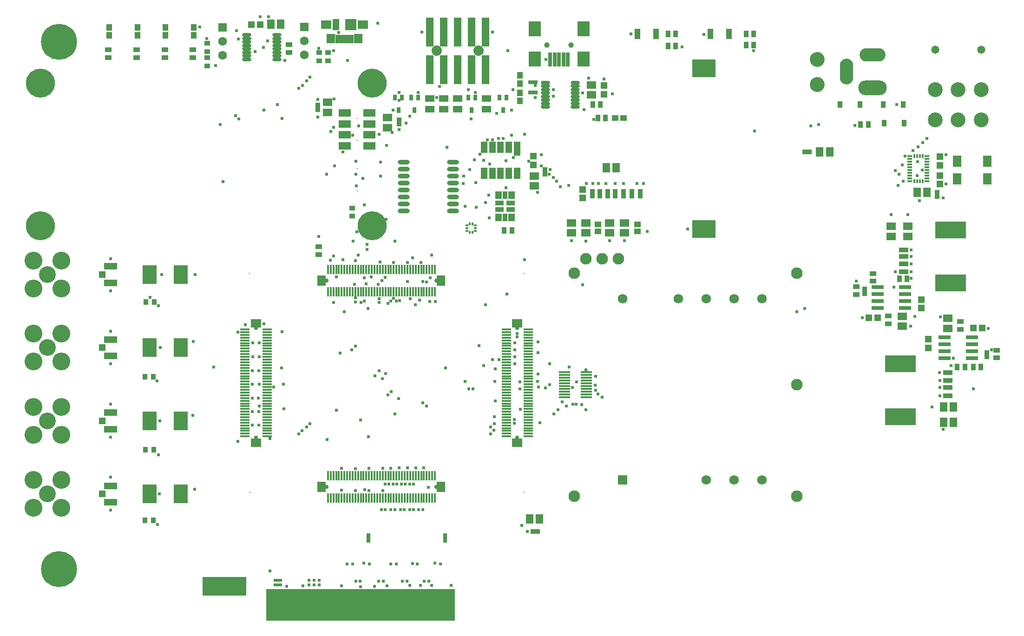
<source format=gts>
%FSTAX23Y23*%
%MOIN*%
%SFA1B1*%

%IPPOS*%
%ADD59R,0.165350X0.125980*%
%ADD79R,0.314960X0.135830*%
%ADD80R,1.354330X0.230320*%
%ADD81O,0.086740X0.031620*%
%ADD82R,0.047370X0.082800*%
%ADD83R,0.078870X0.082800*%
%ADD84R,0.063910X0.069020*%
%ADD85R,0.025720X0.062330*%
%ADD86R,0.072960X0.059180*%
%ADD87R,0.086740X0.106420*%
%ADD88R,0.027690X0.098550*%
%ADD89R,0.049340X0.047370*%
%ADD90R,0.094610X0.049340*%
%ADD91R,0.027690X0.043430*%
%ADD92O,0.065090X0.025720*%
%ADD93R,0.085560X0.030440*%
%ADD94R,0.033590X0.049340*%
%ADD95R,0.059180X0.082800*%
%ADD96R,0.047370X0.078870*%
%ADD97R,0.047370X0.098550*%
%ADD98R,0.049340X0.053280*%
%ADD99R,0.035560X0.053280*%
%ADD100R,0.061150X0.035560*%
%ADD101R,0.058000X0.208000*%
%ADD102R,0.065090X0.045400*%
%ADD103R,0.036350X0.047370*%
%ADD104R,0.033590X0.031620*%
%ADD105R,0.036000X0.173000*%
%ADD106R,0.036000X0.134000*%
%ADD107R,0.039500X0.074930*%
%ADD108R,0.078870X0.017840*%
%ADD109R,0.034580X0.017840*%
%ADD110R,0.017840X0.030640*%
%ADD111R,0.035560X0.043430*%
%ADD112R,0.046580X0.042250*%
%ADD113R,0.220600X0.122170*%
%ADD114R,0.104460X0.132020*%
%ADD115R,0.041470X0.047370*%
%ADD116R,0.065090X0.053280*%
%ADD117R,0.045400X0.047370*%
%ADD118R,0.033200X0.034770*%
%ADD119R,0.018830X0.017840*%
%ADD120R,0.017840X0.018830*%
%ADD121R,0.069020X0.017840*%
%ADD122R,0.074930X0.061150*%
%ADD123R,0.017840X0.069020*%
%ADD124R,0.061150X0.074930*%
%ADD125R,0.053280X0.065090*%
%ADD126R,0.034770X0.033200*%
%ADD127R,0.047370X0.045400*%
%ADD128R,0.047370X0.041470*%
%ADD129R,0.047370X0.036350*%
%ADD130R,0.031620X0.033590*%
%ADD131R,0.090870X0.052090*%
%ADD132R,0.043430X0.035560*%
%ADD133C,0.039500*%
%ADD134C,0.073980*%
%ADD135C,0.008000*%
%ADD136C,0.069020*%
%ADD137R,0.069020X0.069020*%
%ADD138C,0.083000*%
%ADD139C,0.106420*%
%ADD140O,0.096580X0.185170*%
%ADD141O,0.185170X0.096580*%
%ADD142O,0.204850X0.106420*%
%ADD143C,0.120000*%
%ADD144C,0.128000*%
%ADD145R,0.008000X0.008000*%
%ADD146C,0.029660*%
%ADD147C,0.063000*%
%ADD148R,0.063000X0.063000*%
%ADD149C,0.058000*%
%ADD150C,0.258000*%
%ADD151C,0.024000*%
%ADD152C,0.208000*%
%LNgrandmaster-1*%
%LPD*%
G54D59*
X04909Y03961D03*
Y02808D03*
G54D79*
X0147Y00245D03*
G54D80*
X02446Y00111D03*
G54D81*
X02756Y03287D03*
Y03237D03*
Y03187D03*
Y03137D03*
Y03087D03*
Y03037D03*
Y02987D03*
Y02937D03*
X03111Y03287D03*
Y03237D03*
Y03187D03*
Y03137D03*
Y03087D03*
Y03037D03*
Y02987D03*
Y02937D03*
G54D82*
X02271Y04275D03*
G54D83*
X02377Y04275D03*
G54D84*
X02234Y04173D03*
X0243D03*
G54D85*
X02383Y0417D03*
X02358D03*
X02332D03*
X02306D03*
X02281D03*
G54D86*
X02465Y04275D03*
X02199D03*
G54D87*
X04046Y04244D03*
Y04027D03*
X03696D03*
Y04244D03*
G54D88*
X03934Y04023D03*
X03902D03*
X03871D03*
X03839D03*
X03808D03*
G54D89*
X00594Y00906D03*
Y01956D03*
Y02481D03*
Y01431D03*
G54D90*
X00654Y00964D03*
Y00847D03*
Y01897D03*
Y02014D03*
Y02422D03*
Y02539D03*
Y01489D03*
Y01372D03*
G54D91*
X03469Y03661D03*
X03444Y0375D03*
X03495D03*
X02834Y03661D03*
X02809Y0375D03*
X0286D03*
X02719Y03661D03*
X02694Y0375D03*
X02745D03*
X03244Y03661D03*
X03219Y0375D03*
X0327D03*
G54D92*
X01846Y04024D03*
Y04049D03*
Y04074D03*
Y04099D03*
Y04124D03*
Y04149D03*
Y04174D03*
Y04199D03*
X01631Y04024D03*
Y04049D03*
Y04074D03*
Y04099D03*
Y04124D03*
Y04149D03*
Y04174D03*
Y04199D03*
X03987Y03683D03*
Y03708D03*
Y03733D03*
Y03758D03*
Y03783D03*
Y03808D03*
Y03833D03*
Y03858D03*
X03772Y03683D03*
Y03708D03*
Y03733D03*
Y03758D03*
Y03783D03*
Y03808D03*
Y03833D03*
Y03858D03*
G54D93*
X06352Y02241D03*
Y02291D03*
Y02341D03*
Y02391D03*
X06157D03*
Y02341D03*
Y02291D03*
Y02241D03*
X06637Y02031D03*
Y01981D03*
Y01931D03*
Y01881D03*
X06832D03*
Y01931D03*
Y01981D03*
Y02031D03*
G54D94*
X06341Y03701D03*
X06197D03*
X06031D03*
X05887D03*
X06202Y03566D03*
X06346D03*
G54D95*
X06726Y03168D03*
X06943D03*
Y03294D03*
X06726D03*
G54D96*
X03451Y03206D03*
X03392D03*
X03451Y03395D03*
X0351D03*
X03569Y03206D03*
X03333Y03395D03*
Y03206D03*
X0351D03*
X03392Y03395D03*
G54D97*
X03569Y03385D03*
G54D98*
X03438Y03051D03*
Y02892D03*
X03531Y03051D03*
Y02892D03*
G54D99*
X03484Y02892D03*
Y03051D03*
G54D100*
X03444Y02995D03*
Y02948D03*
X03525D03*
Y02995D03*
G54D101*
X03344Y04221D03*
Y03951D03*
X03244Y04221D03*
Y03951D03*
X03144Y04221D03*
Y03951D03*
X03044Y04221D03*
Y03951D03*
X02944Y04221D03*
Y03951D03*
G54D102*
X03349Y03666D03*
Y03745D03*
X02944Y03666D03*
Y03745D03*
X03044Y03666D03*
Y03745D03*
X03144Y03666D03*
Y03745D03*
G54D103*
X03477Y02797D03*
X03532D03*
X06035Y03556D03*
X0609D03*
X0415Y03603D03*
X04204D03*
X06897Y01816D03*
X06842D03*
X06782D03*
X06727D03*
X06367Y02451D03*
X06312D03*
X04167Y03701D03*
X04112D03*
X04652Y04206D03*
X04707D03*
X05212D03*
X05267D03*
X04652Y04121D03*
X04707D03*
X05267Y04126D03*
X05212D03*
G54D104*
X03701Y03786D03*
X03668D03*
X03701Y03861D03*
X03668D03*
G54D105*
X02545Y00137D03*
X02466D03*
X02348D03*
X0282D03*
X01915D03*
X02033D03*
X02663D03*
X02702D03*
X0286D03*
X02978D03*
X0219D03*
X01994D03*
X01954D03*
X03017D03*
X02309D03*
X02112D03*
X02151D03*
X02387D03*
X02427D03*
X02584D03*
X02624D03*
X02742D03*
X02781D03*
X02899D03*
X02938D03*
X02505D03*
X02072D03*
X01797D03*
X01836D03*
X01875D03*
X03096D03*
G54D106*
X03057Y00157D03*
G54D107*
X04957Y04206D03*
X05091D03*
X04432D03*
X04566D03*
G54D108*
X04068Y01599D03*
X03911D03*
Y01619D03*
X04068D03*
X03911Y01639D03*
X04068D03*
X03911Y01659D03*
X04068D03*
X03911Y01679D03*
X04068D03*
X03911Y01699D03*
X04068D03*
X03911Y01719D03*
X04068D03*
X03911Y01739D03*
X04068D03*
X03911Y01759D03*
X04068D03*
X03911Y01779D03*
X04068D03*
G54D109*
X06511Y03191D03*
Y03172D03*
Y03211D03*
Y03231D03*
Y0325D03*
Y0327D03*
Y0329D03*
Y03309D03*
Y03329D03*
X06388D03*
Y03309D03*
Y0329D03*
Y0327D03*
Y0325D03*
Y03231D03*
Y03211D03*
Y03191D03*
Y03172D03*
Y03152D03*
X06511D03*
G54D110*
X06479Y03332D03*
X06459D03*
X0644D03*
X0642D03*
Y0315D03*
X0644D03*
X06459D03*
X06479D03*
G54D111*
X00901Y00718D03*
X0096D03*
X00908Y02284D03*
X00967D03*
X009Y01747D03*
X00959D03*
X00904Y01224D03*
X00963D03*
G54D112*
X04149Y02789D03*
Y02842D03*
X04434Y02789D03*
Y02842D03*
G54D113*
X06679Y0242D03*
Y02802D03*
X06319Y01842D03*
Y0146D03*
G54D114*
X01157Y00906D03*
X00932D03*
Y01956D03*
X01157D03*
X00932Y02481D03*
X01157D03*
Y01431D03*
X00932D03*
G54D115*
X01249Y04254D03*
Y04197D03*
X03589Y03852D03*
Y03909D03*
Y03784D03*
Y03727D03*
X00644Y04197D03*
Y04254D03*
X00846Y04197D03*
Y04254D03*
X01048D03*
Y04197D03*
G54D116*
X04339Y0278D03*
Y02851D03*
X06334Y0211D03*
Y02181D03*
X06659Y02166D03*
Y02095D03*
X06253Y02826D03*
Y02755D03*
X06372Y02826D03*
Y02755D03*
X04104Y0377D03*
Y03841D03*
X02209Y03716D03*
Y03645D03*
X02639Y03535D03*
Y03606D03*
X03693Y03188D03*
Y03117D03*
X04064Y0278D03*
Y02851D03*
X03959Y0278D03*
Y02851D03*
X04234Y0278D03*
Y02851D03*
G54D117*
X04039Y03029D03*
Y03092D03*
X06469Y02239D03*
Y02302D03*
X06519Y01954D03*
Y02017D03*
X04194Y03774D03*
Y03837D03*
X03688Y03266D03*
Y03329D03*
X06604Y03264D03*
Y03327D03*
Y03192D03*
Y03129D03*
G54D118*
X04109Y03044D03*
Y03077D03*
X06939Y01889D03*
Y01922D03*
X06064Y02344D03*
Y02377D03*
X06584Y03039D03*
Y03072D03*
X02139Y03697D03*
Y03664D03*
X02724Y03559D03*
Y03592D03*
X03769Y03234D03*
Y03201D03*
X04454Y03044D03*
Y03077D03*
X04394Y03044D03*
Y03077D03*
X04334Y03044D03*
Y03077D03*
X04274Y03044D03*
Y03077D03*
X04219Y03044D03*
Y03077D03*
X04164Y03044D03*
Y03077D03*
G54D119*
X03269Y02834D03*
Y02814D03*
Y02795D03*
X03209D03*
Y02814D03*
Y02834D03*
G54D120*
X03249Y02784D03*
X03229D03*
Y02845D03*
X03249D03*
G54D121*
X03492Y01398D03*
Y01378D03*
Y01457D03*
Y01477D03*
Y01772D03*
Y01496D03*
Y01792D03*
Y0189D03*
Y01851D03*
Y0187D03*
Y01831D03*
X03651Y0187D03*
Y0189D03*
Y01929D03*
X03492Y01339D03*
Y01359D03*
X03651Y01792D03*
Y01772D03*
Y01851D03*
Y01831D03*
Y01949D03*
Y01988D03*
Y01969D03*
X03492Y01988D03*
Y01969D03*
X03651Y01693D03*
X03492Y01634D03*
Y01673D03*
Y01654D03*
Y01693D03*
X03651Y01733D03*
Y01752D03*
Y01654D03*
Y01575D03*
Y01555D03*
Y01673D03*
Y01634D03*
X03492Y01929D03*
Y01555D03*
Y02008D03*
Y0191D03*
Y01811D03*
Y01713D03*
Y01614D03*
Y01516D03*
Y01418D03*
X03651Y02008D03*
Y0191D03*
Y01811D03*
Y01713D03*
Y01614D03*
Y01516D03*
Y01418D03*
X03492Y01949D03*
X03651Y01595D03*
X03492Y01536D03*
X03651Y01496D03*
Y01477D03*
Y01457D03*
Y01437D03*
Y01398D03*
Y01378D03*
Y01359D03*
Y01339D03*
X03492Y01319D03*
X03651D03*
X03492Y01733D03*
Y01752D03*
X03651Y01536D03*
X03492Y01575D03*
Y01595D03*
Y01437D03*
Y02087D03*
Y02067D03*
Y02047D03*
Y02028D03*
X03651Y02087D03*
Y02067D03*
Y02047D03*
Y02028D03*
X01776Y01634D03*
Y01614D03*
Y0187D03*
Y02028D03*
Y0191D03*
Y01831D03*
Y01949D03*
Y01733D03*
Y01772D03*
X01617Y01929D03*
Y01851D03*
Y0191D03*
Y02028D03*
X01776Y02008D03*
Y01969D03*
Y01457D03*
Y01674D03*
X01617Y0187D03*
Y01969D03*
X01776Y01929D03*
Y01851D03*
Y01811D03*
Y01654D03*
X01617Y02008D03*
X01776Y01752D03*
Y01713D03*
X01617Y01949D03*
X01776Y01555D03*
Y01575D03*
X01617Y01516D03*
Y01457D03*
Y01811D03*
Y01831D03*
X01776Y01437D03*
X01617Y01359D03*
X01776Y01339D03*
X01617Y01575D03*
Y01437D03*
Y01536D03*
Y01555D03*
Y01614D03*
Y01733D03*
Y01674D03*
Y01378D03*
Y01477D03*
Y01418D03*
Y01752D03*
X01776Y01359D03*
X01617Y01339D03*
Y01634D03*
Y01772D03*
X01776Y01378D03*
Y01319D03*
Y01418D03*
X01617Y01319D03*
X01776Y01477D03*
X01617Y01713D03*
Y01654D03*
X01776Y01516D03*
X01617Y02048D03*
X01776D03*
Y01398D03*
Y01496D03*
Y01595D03*
Y01693D03*
Y01792D03*
Y0189D03*
Y01988D03*
X01617Y01398D03*
Y01496D03*
Y01595D03*
Y01693D03*
Y01792D03*
Y0189D03*
Y01988D03*
Y02087D03*
X01776D03*
Y02067D03*
Y01536D03*
X01617Y02067D03*
G54D122*
X03571Y02131D03*
Y01275D03*
X01696Y01275D03*
Y02131D03*
G54D123*
X0298Y02518D03*
Y02358D03*
X02882Y02518D03*
X02783D03*
X02685D03*
X02586D03*
X02488D03*
X0239D03*
X02291D03*
X02882Y02358D03*
X02783D03*
X02685D03*
X02586D03*
X02488D03*
X0239D03*
X02291D03*
X02941D03*
X02961D03*
X02901D03*
X02921D03*
X02842D03*
X02862D03*
X02803D03*
X02823D03*
X02744D03*
X02764D03*
X02705D03*
X02724D03*
X02646D03*
X02665D03*
X02606D03*
X02626D03*
X02547D03*
X02567D03*
X02508D03*
X02527D03*
X02449D03*
X02468D03*
X02409D03*
X02429D03*
X0235D03*
X0237D03*
X02212Y02518D03*
X02232D03*
Y02358D03*
X02212D03*
X02252Y02518D03*
X02272D03*
X02409D03*
X02429D03*
X0235D03*
X0237D03*
X02508D03*
X02527D03*
X02449D03*
X02468D03*
X02606D03*
X02547D03*
X02626D03*
X02567D03*
X02705D03*
X02724D03*
X02646D03*
X02665D03*
X02803D03*
X02823D03*
X02744D03*
X02764D03*
X02901D03*
X02921D03*
X02842D03*
X02862D03*
X02941D03*
X02961D03*
X02252Y02358D03*
X02311D03*
X02331D03*
X02272D03*
X02311Y02518D03*
X02331D03*
X02803Y01038D03*
X02823D03*
X02862Y00878D03*
X02882D03*
X02744D03*
X02764D03*
X02685Y01038D03*
X02705D03*
X02587Y00878D03*
Y01038D03*
X02646Y00878D03*
X02626D03*
X02744Y01038D03*
X02764D03*
X02803Y00878D03*
X02823D03*
X02685D03*
X02705D03*
X02626Y01038D03*
X02646D03*
X02232Y00878D03*
X02429D03*
X0237D03*
X0235D03*
X02331D03*
X02291D03*
X0239D03*
X02488D03*
X02527D03*
X02547D03*
X02567D03*
X02449D03*
X02468D03*
X02252D03*
X02272D03*
X02567Y01038D03*
X0237D03*
X0239D03*
X02429D03*
X02468D03*
X02488D03*
X02449D03*
X02291D03*
X02272D03*
X02252D03*
X02232D03*
X0235D03*
X02331D03*
X02547D03*
X02527D03*
X02862D03*
X02882D03*
X02921Y00878D03*
Y01038D03*
X02941Y00878D03*
Y01038D03*
X0298Y00878D03*
Y01038D03*
X02961D03*
Y00878D03*
X02901Y01038D03*
X02842D03*
X02783D03*
X02724D03*
X02665D03*
X02606D03*
X02508D03*
X02409D03*
X02311D03*
X02901Y00878D03*
X02842D03*
X02783D03*
X02724D03*
X02665D03*
X02606D03*
X02508D03*
X02409D03*
X02311D03*
X02212D03*
Y01038D03*
G54D124*
X02168Y02438D03*
X02168Y00958D03*
X03024D03*
X03024Y02438D03*
G54D125*
X05741Y03361D03*
X05812D03*
X06629Y01421D03*
X067D03*
X06629Y01531D03*
X067D03*
X06439Y03071D03*
X0651D03*
X0373Y00726D03*
X03659D03*
X01802Y04276D03*
X01873D03*
X0428Y03246D03*
X04209D03*
G54D126*
X05634Y03359D03*
X05668D03*
X06327Y02656D03*
X06361D03*
X06327Y02501D03*
X06361D03*
X06327Y02556D03*
X06361D03*
X06327Y02611D03*
X06361D03*
X06676Y01611D03*
X06642D03*
X06676Y01671D03*
X06642D03*
X06676Y01721D03*
X06642D03*
X06676Y01776D03*
X06642D03*
X03716Y00636D03*
X03682D03*
G54D127*
X06906Y02096D03*
X06843D03*
X06093Y02171D03*
X06156D03*
X01664Y04273D03*
X01727D03*
G54D128*
X04275Y03603D03*
X04332D03*
G54D129*
X06749Y02143D03*
Y02088D03*
X06234Y02183D03*
Y02128D03*
X07009Y01883D03*
Y01938D03*
X06004Y02393D03*
Y02338D03*
X02146Y02624D03*
Y02679D03*
X00638Y04038D03*
Y04093D03*
X0084D03*
Y04038D03*
X01042Y04093D03*
Y04038D03*
X01243Y04093D03*
Y04038D03*
X06122Y02488D03*
Y02433D03*
X01933Y04074D03*
Y04129D03*
G54D130*
X02503Y00607D03*
Y00573D03*
X03055Y00607D03*
Y00573D03*
G54D131*
X02334Y03404D03*
Y03483D03*
Y03562D03*
Y0364D03*
X02509Y03404D03*
Y03562D03*
Y03483D03*
Y0364D03*
G54D132*
X01346Y04082D03*
Y04141D03*
Y04037D03*
Y03978D03*
X02151Y04015D03*
Y04074D03*
X02212Y04015D03*
Y04074D03*
X02387Y02899D03*
Y02958D03*
G54D133*
X03958Y04126D03*
X03784D03*
G54D134*
X03294Y04086D03*
X02994D03*
G54D135*
X02422Y03082D03*
Y03239D03*
Y03601D03*
Y03443D03*
G54D136*
X05327Y02307D03*
X05127D03*
X04927D03*
X04727D03*
X04927Y01007D03*
X05127D03*
X04327Y02307D03*
X05327Y01007D03*
G54D137*
X04327Y01007D03*
G54D138*
X05578Y0089D03*
Y01689D03*
Y02489D03*
X03979D03*
Y0089D03*
X04062Y02595D03*
X0418D03*
X04298D03*
G54D139*
X05723Y04025D03*
Y03844D03*
X069Y03806D03*
Y03589D03*
X06734D03*
Y03806D03*
X06569Y03589D03*
Y03806D03*
G54D140*
X05934Y03937D03*
G54D141*
X06119Y04056D03*
G54D142*
X06119Y03819D03*
G54D143*
X00199Y00906D03*
Y02481D03*
Y01956D03*
Y01431D03*
G54D144*
X00299Y01006D03*
Y00806D03*
X00099D03*
Y01006D03*
X00299Y02581D03*
Y02381D03*
X00099D03*
Y02581D03*
X00299Y02056D03*
Y01856D03*
X00099D03*
Y02056D03*
X00299Y01531D03*
Y01331D03*
X00099D03*
Y01531D03*
G54D145*
X03617Y02486D03*
X01652Y00916D03*
X01651Y02486D03*
X03617Y00916D03*
G54D146*
X03571Y02097D03*
Y01309D03*
X02203Y02438D03*
X01696Y01309D03*
Y02097D03*
X02203Y00958D03*
X0299D03*
X0299Y02438D03*
G54D147*
X02043Y04157D03*
Y04057D03*
X01457Y04153D03*
Y04053D03*
G54D148*
X02043Y04257D03*
X01457Y04253D03*
G54D149*
X069Y04093D03*
X06569D03*
G54D150*
X00285Y04152D03*
Y00368D03*
G54D151*
X04039Y03784D03*
X02494Y02661D03*
X02692Y02721D03*
X02511Y00405D03*
X0261Y00279D03*
X02578D03*
X0298Y00409D03*
X02821Y00407D03*
X02748Y00282D03*
X02469Y0041D03*
X02905Y00279D03*
X02878Y00249D03*
X02692Y00795D03*
X02665D03*
X02854Y00405D03*
X02779Y00279D03*
X02665Y00405D03*
X02704D03*
X0235D03*
X02389D03*
X02937Y00279D03*
X02957Y00251D03*
X03019Y00405D03*
X0274Y00976D03*
X02767D03*
X02732Y00795D03*
X02681Y00976D03*
X02708D03*
X02447Y00242D03*
X02413Y00279D03*
X02444D03*
X02606Y00931D03*
X02625Y00795D03*
X02598D03*
X02636Y00247D03*
X02799Y00251D03*
X02826Y00976D03*
X02799D03*
X02649D03*
X02622D03*
X02759Y00795D03*
X02799D03*
X02826D03*
X02862D03*
X02893D03*
X02409Y01088D03*
X02311Y0109D03*
X02508Y00931D03*
X02409Y00932D03*
X02724Y01093D03*
X02784Y01094D03*
X02842Y01095D03*
X02546Y00244D03*
X03097Y00251D03*
X02475Y02291D03*
X0233Y02215D03*
X01798Y01304D03*
X02606Y01091D03*
X03554Y01841D03*
X03719Y01996D03*
X03894Y01566D03*
X03379Y01386D03*
X01721Y0189D03*
X01671Y01792D03*
X01674Y01989D03*
X02508Y0109D03*
X03413Y01573D03*
X0167Y01595D03*
X01754Y02126D03*
X02409Y02579D03*
X02586Y02569D03*
X03197Y01714D03*
X03439Y0187D03*
X03298Y01971D03*
X02985Y02287D03*
X02702Y02289D03*
X02821Y02601D03*
X01718Y01792D03*
X02881Y02566D03*
X03732Y01418D03*
X03554Y01891D03*
X02253Y02279D03*
X02272Y02463D03*
X01719Y01536D03*
X02311Y00934D03*
X03571Y02033D03*
X03554Y01991D03*
X02942Y02286D03*
X02841Y02263D03*
X02394Y0272D03*
X01567Y01285D03*
X01675Y01891D03*
X01568Y02067D03*
X02783Y02429D03*
X03719Y01921D03*
X03773Y01666D03*
X02599Y02436D03*
X02494Y02696D03*
X02894Y02431D03*
X02665Y01092D03*
X02475Y02456D03*
X03414Y01805D03*
X03404Y01363D03*
X02579Y02281D03*
X02685Y02311D03*
X0359Y01662D03*
X02404Y02412D03*
X02803Y02307D03*
X01716Y01399D03*
X01721Y01989D03*
X01619Y02121D03*
X03549Y01413D03*
X02488Y02413D03*
X02726Y02293D03*
X01822Y01674D03*
X0167Y01694D03*
X01884Y02071D03*
X02901Y01095D03*
X0292Y02428D03*
X01893Y01693D03*
X03594Y01514D03*
X0245Y02282D03*
X02409Y02314D03*
X02958Y02621D03*
X03406Y01461D03*
X0341Y01713D03*
X03252Y01661D03*
X02933Y00953D03*
X02871Y02297D03*
X02685Y02568D03*
X03571Y02058D03*
X03804Y0184D03*
X01879Y01811D03*
X03554Y01941D03*
X03392Y01871D03*
X03407Y01411D03*
X02575Y02412D03*
X02499Y02236D03*
X02409Y02283D03*
X02783Y02568D03*
X02948Y02456D03*
X03549Y01441D03*
X03718Y01713D03*
X02624Y02461D03*
X01897Y01516D03*
X03834Y01481D03*
X03864Y01511D03*
X03924Y01536D03*
X03719Y01766D03*
X03329Y01826D03*
X02645Y02274D03*
X02665Y02291D03*
X01721Y01694D03*
X01671Y01399D03*
X02581Y02308D03*
X03803Y01691D03*
X03224Y01661D03*
X02252Y02613D03*
X01718Y01497D03*
X01714Y01595D03*
X01671Y01497D03*
X02321Y02586D03*
X03379Y01336D03*
X01797Y00355D03*
X02034Y00246D03*
X01916Y00244D03*
X02309Y00246D03*
X0333Y03301D03*
X0412Y03594D03*
X01393Y01816D03*
X0099Y00687D03*
X04794Y02808D03*
X03183Y03135D03*
X03277Y02963D03*
X03197Y0297D03*
X03491Y03103D03*
X03188Y03187D03*
X0323Y03235D03*
X03358Y03448D03*
X03068Y03395D03*
X02419Y02788D03*
X02146Y02753D03*
X03275Y03141D03*
X03056Y01811D03*
X02413Y03295D03*
X02254Y03536D03*
X02579Y03486D03*
X02389Y03481D03*
X02321Y03361D03*
X02434Y03546D03*
X02634Y03406D03*
X02631Y02876D03*
X02591Y03186D03*
X0259Y03288D03*
X00996Y02256D03*
X02004Y01336D03*
X02028Y01361D03*
X02549Y01755D03*
X02418Y03118D03*
X02414Y03199D03*
X02462Y03172D03*
X02473Y0298D03*
X02146Y04103D03*
X02253Y04086D03*
X01408Y0398D03*
X01345Y04175D03*
X00996Y01187D03*
X00988Y01717D03*
X00937Y02317D03*
X02353Y04017D03*
X01726Y04329D03*
X01788D03*
X04477Y03135D03*
X04064Y02722D03*
X06628Y01372D03*
X04039Y02406D03*
X06974Y01939D03*
X04134Y01651D03*
X03994Y01551D03*
X04134Y01751D03*
X04151Y01623D03*
X03968Y01671D03*
X03969Y01552D03*
X03944Y01816D03*
X04131Y01686D03*
X04179Y01601D03*
X04034Y01546D03*
X03996Y01711D03*
X04064Y01796D03*
Y01511D03*
X03263Y03303D03*
X0396Y02724D03*
X01569Y04171D03*
X02076Y00255D03*
Y00287D03*
X02112D03*
X02151D03*
X02112Y00255D03*
X02151D03*
X01832D03*
X01852D03*
X01872D03*
X01832Y00287D03*
X01852D03*
X01872D03*
X06253Y02909D03*
X06647Y03129D03*
X05267Y04088D03*
X04339Y02725D03*
X04503Y02789D03*
X02231Y02584D03*
X05994Y03552D03*
X04049Y03665D03*
X03829Y03806D03*
X05577Y02214D03*
X02694Y01481D03*
X02384Y01941D03*
X0383Y03762D03*
X06334Y03266D03*
X03744Y03261D03*
X03395Y04222D03*
X04272Y03135D03*
X05634Y02236D03*
X02626Y0177D03*
X06304Y03121D03*
X03939D03*
X02139Y03738D03*
X04208Y03135D03*
X02604Y01734D03*
X06626Y03032D03*
X04152Y03135D03*
X02299Y01916D03*
X02724Y03521D03*
X01248Y02D03*
X02579Y0179D03*
X04068Y03135D03*
X02674Y03501D03*
X04234Y02725D03*
X06456Y03009D03*
X01691Y04079D03*
X03642Y00636D03*
X02259Y03261D03*
X03374Y03273D03*
X03368Y0305D03*
X06476Y03231D03*
X04333Y03135D03*
X01557Y04229D03*
X06282Y03226D03*
X03806Y03235D03*
X01261Y02482D03*
X04114Y03135D03*
X06648Y03341D03*
X02888Y04221D03*
X0337Y02888D03*
X02258Y03741D03*
X01749Y0411D03*
X0257Y04283D03*
X01459Y03147D03*
X0144Y03557D03*
X01903Y04018D03*
X0229Y04217D03*
X0388Y03109D03*
X03623Y02587D03*
X03622Y03486D03*
X03491Y03297D03*
X03542Y03319D03*
X03344Y02996D03*
X03744Y03342D03*
X03653Y03293D03*
X03394Y03447D03*
X03436Y03457D03*
X03717Y03072D03*
X02799Y03616D03*
X03589Y01711D03*
X05733Y03556D03*
X05676Y03546D03*
X03603Y00682D03*
X02478Y00937D03*
X06548Y01531D03*
X06602Y01612D03*
Y01672D03*
Y01722D03*
X06601Y01777D03*
X06685Y01828D03*
X06699Y01881D03*
X06949Y02095D03*
X06607Y02176D03*
X06395Y02111D03*
X06048Y02171D03*
X06004Y02434D03*
X06274Y02391D03*
X06398Y02453D03*
X06397Y02501D03*
X06396Y02556D03*
X06397Y0261D03*
X06398Y02657D03*
X06372Y02909D03*
X0491Y04203D03*
X04387Y04206D03*
X03777Y04023D03*
X04085Y03892D03*
X04194Y03884D03*
X04431Y03135D03*
X0286Y03787D03*
X02724Y03729D03*
X03531Y0366D03*
X03269Y03788D03*
X01242Y01472D03*
X01256Y00942D03*
X00654Y0079D03*
X00655Y01028D03*
X00654Y01314D03*
X00653Y01551D03*
X00654Y01839D03*
Y02073D03*
Y02365D03*
X00653Y02593D03*
X02206Y01298D03*
X02205Y032D03*
X02502Y01316D03*
X02525Y02463D03*
X03342Y02263D03*
X03498Y02341D03*
X02429Y02621D03*
X01004Y00906D03*
X02446Y01437D03*
X01008Y0143D03*
X02409Y01967D03*
X01009Y01956D03*
X0102Y02481D03*
X02643Y01616D03*
X02666Y0164D03*
X01884Y03601D03*
X01754Y03661D03*
X03424Y03636D03*
X01549Y03621D03*
X03239Y03596D03*
X01574D03*
X03539Y03806D03*
X03219D03*
X02722Y03786D03*
X02139Y03611D03*
X02084Y03896D03*
X02083Y01411D03*
X02059Y01386D03*
Y03871D03*
X02029Y03836D03*
X01294Y04256D03*
X02004Y03816D03*
X02234Y03506D03*
X03529Y03481D03*
X05274Y03511D03*
X06284Y02501D03*
X02679Y03661D03*
X02774Y03566D03*
X02993Y03751D03*
X03699D03*
X03014Y03831D03*
X03699Y03836D03*
X04254Y03776D03*
X02894Y01561D03*
X02919Y01536D03*
X02274Y01506D03*
X02719Y01591D03*
X03724Y01675D03*
X06844Y01661D03*
X06424Y02181D03*
X06309Y03199D03*
X06339Y03151D03*
X04754Y04115D03*
X01779Y04156D03*
X03504Y04086D03*
X03854Y03151D03*
X03829Y03176D03*
X03799Y03201D03*
X06439Y03191D03*
X06354Y03331D03*
X06444Y03291D03*
X03302Y03344D03*
X06409Y03371D03*
X06447Y03396D03*
X06479Y03426D03*
X06509Y03456D03*
X03469D03*
X01849Y03701D03*
X06294D03*
G54D152*
X02531Y03853D03*
Y0283D03*
X00149D03*
Y03853D03*
M02*
</source>
